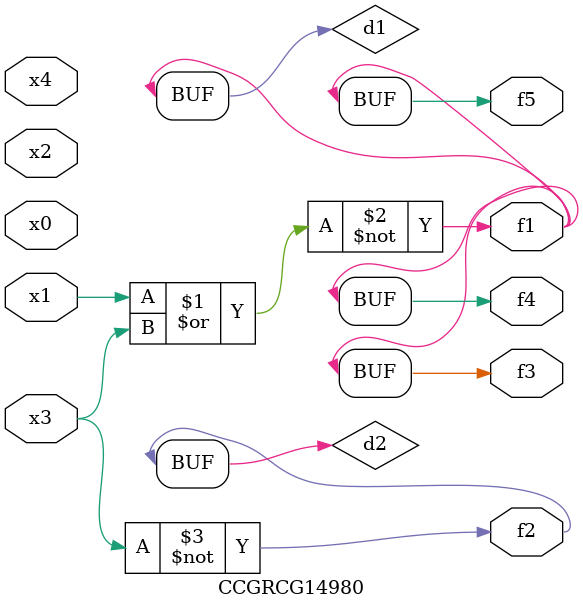
<source format=v>
module CCGRCG14980(
	input x0, x1, x2, x3, x4,
	output f1, f2, f3, f4, f5
);

	wire d1, d2;

	nor (d1, x1, x3);
	not (d2, x3);
	assign f1 = d1;
	assign f2 = d2;
	assign f3 = d1;
	assign f4 = d1;
	assign f5 = d1;
endmodule

</source>
